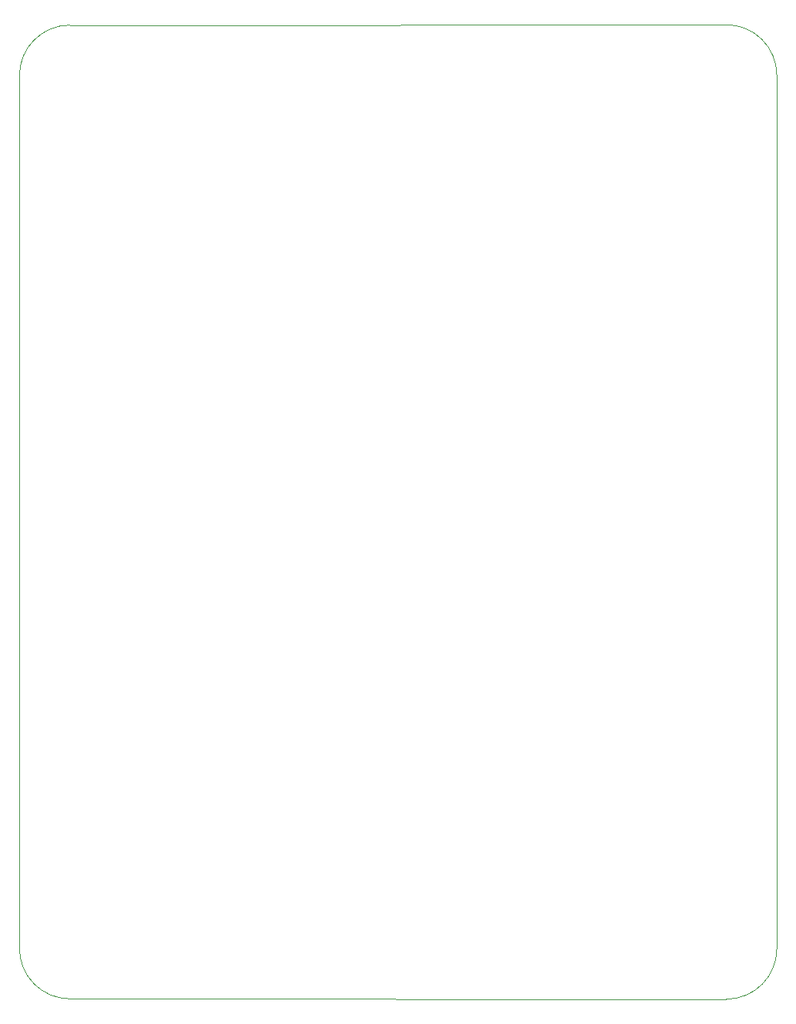
<source format=gm1>
G04 #@! TF.GenerationSoftware,KiCad,Pcbnew,(6.0.5)*
G04 #@! TF.CreationDate,2023-01-08T23:57:36-05:00*
G04 #@! TF.ProjectId,macro-pad-pcb,6d616372-6f2d-4706-9164-2d7063622e6b,rev?*
G04 #@! TF.SameCoordinates,Original*
G04 #@! TF.FileFunction,Profile,NP*
%FSLAX46Y46*%
G04 Gerber Fmt 4.6, Leading zero omitted, Abs format (unit mm)*
G04 Created by KiCad (PCBNEW (6.0.5)) date 2023-01-08 23:57:36*
%MOMM*%
%LPD*%
G01*
G04 APERTURE LIST*
G04 #@! TA.AperFunction,Profile*
%ADD10C,0.100000*%
G04 #@! TD*
G04 APERTURE END LIST*
D10*
X160337500Y-151606250D02*
X160337500Y-55562500D01*
X238164888Y-157202388D02*
X165893750Y-157162500D01*
X160337500Y-151606250D02*
G75*
G03*
X165893750Y-157162500I5556250J0D01*
G01*
X238164888Y-49966362D02*
X165893750Y-50006250D01*
X243721138Y-56316362D02*
X243721138Y-55522612D01*
X243721138Y-56316362D02*
X243721138Y-151646138D01*
X243721138Y-55522612D02*
G75*
G03*
X238164888Y-49966362I-5556250J0D01*
G01*
X165893750Y-50006250D02*
G75*
G03*
X160337500Y-55562500I0J-5556250D01*
G01*
X238164888Y-157202388D02*
G75*
G03*
X243721138Y-151646138I0J5556250D01*
G01*
M02*

</source>
